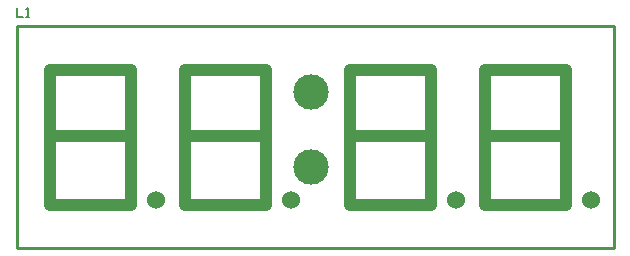
<source format=gto>
G04 Layer_Color=65535*
%FSTAX24Y24*%
%MOIN*%
G70*
G01*
G75*
%ADD10C,0.0100*%
%ADD17C,0.1181*%
%ADD25C,0.0600*%
%ADD26C,0.0394*%
%ADD27C,0.0080*%
D10*
X01315Y012413D02*
X03305D01*
Y019813D01*
X01315Y012413D02*
Y019813D01*
X03305D01*
D17*
X02295Y017613D02*
D03*
Y015113D02*
D03*
D25*
X0178Y014013D02*
D03*
X0223D02*
D03*
X0278D02*
D03*
X0323D02*
D03*
D26*
X0143Y016163D02*
X01695D01*
X01425Y018363D02*
X01695D01*
Y013863D02*
Y018363D01*
X01425Y013863D02*
X01695D01*
X01425D02*
Y018363D01*
X0188Y016163D02*
X02145D01*
X01875Y018363D02*
X02145D01*
Y013863D02*
Y018363D01*
X01875Y013863D02*
X02145D01*
X01875D02*
Y018363D01*
X0243Y016163D02*
X02695D01*
X02425Y018363D02*
X02695D01*
Y013863D02*
Y018363D01*
X02425Y013863D02*
X02695D01*
X02425D02*
Y018363D01*
X0288Y016163D02*
X03145D01*
X02875Y018363D02*
X03145D01*
Y013863D02*
Y018363D01*
X02875Y013863D02*
X03145D01*
X02875D02*
Y018363D01*
D27*
X01318Y02044D02*
Y02014D01*
X01338D01*
X01348D02*
X01358D01*
X01353D01*
Y02044D01*
X01348Y02039D01*
M02*

</source>
